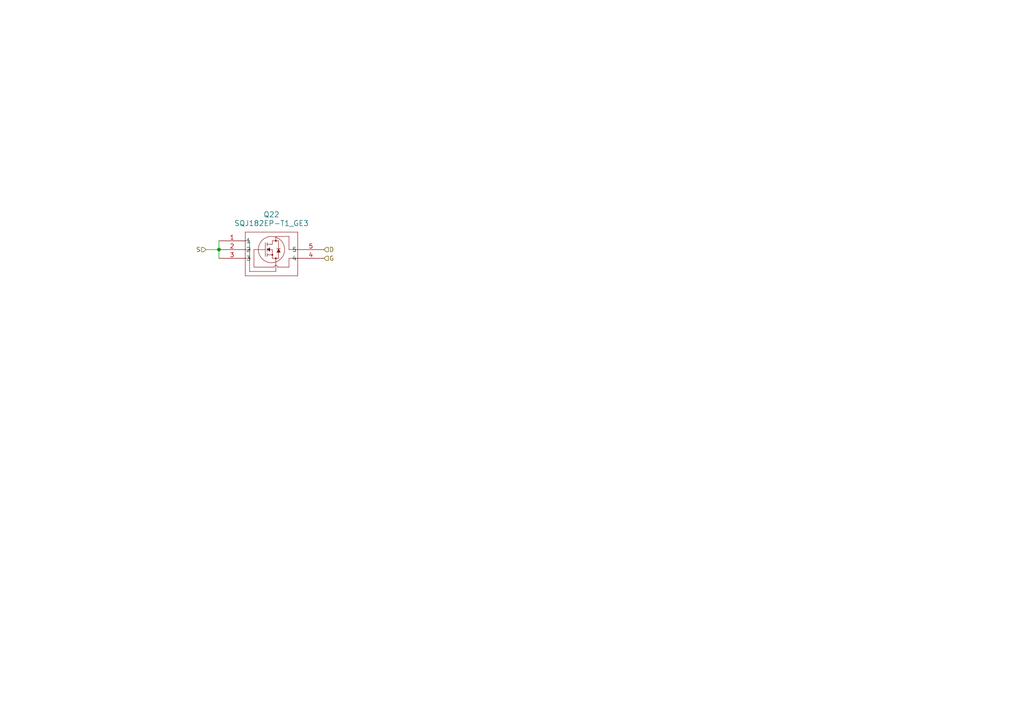
<source format=kicad_sch>
(kicad_sch (version 20231120) (generator "eeschema") (generator_version "8.0")
  (paper "A4")
  (title_block (title "ESP32 DC Motor Driver") (rev "1") (company "Divster") (comment 1 "Mapping of MOSFETs"))
  (lib_symbols
    (symbol "Vishay:SQJ182EP-T1_GE3" (pin_names (offset 0.254))
      (property "Reference" "Q" (at 15.24 7.62 0))
      (property "Value" "SQJ182EP-T1_GE3" (at 15.24 5.08 0))
      (symbol "SQJ182EP-T1_GE3_0_1"
        (polyline (pts (xy 7.62 -10.16) (xy 22.86 -10.16)) (stroke (width 0.127)))
        (polyline (pts (xy 7.62 -5.08) (xy 8.89 -5.08)) (stroke (width 0.127)))
        (polyline (pts (xy 7.62 -2.54) (xy 8.89 -2.54)) (stroke (width 0.127)))
        (polyline (pts (xy 7.62 0) (xy 8.89 0)) (stroke (width 0.127)))
        (polyline (pts (xy 7.62 2.54) (xy 7.62 -10.16)) (stroke (width 0.127)))
        (polyline (pts (xy 8.89 -8.89) (xy 16.51 -8.89)) (stroke (width 0.127)))
        (polyline (pts (xy 8.89 0) (xy 8.89 -8.89)) (stroke (width 0.127)))
        (polyline (pts (xy 10.16 -7.62) (xy 10.16 -2.54)) (stroke (width 0.127)))
        (polyline (pts (xy 13.462 -2.54) (xy 10.16 -2.54)) (stroke (width 0.127)))
        (polyline (pts (xy 13.462 -0.508) (xy 13.462 -4.572)) (stroke (width 0.127)))
        (polyline (pts (xy 13.97 -4.064) (xy 15.494 -4.064)) (stroke (width 0.127)))
        (polyline (pts (xy 13.97 -3.556) (xy 13.97 -4.572)) (stroke (width 0.127)))
        (polyline (pts (xy 13.97 -2.032) (xy 13.97 -3.048)) (stroke (width 0.127)))
        (polyline (pts (xy 13.97 -1.016) (xy 15.494 -1.016)) (stroke (width 0.127)))
        (polyline (pts (xy 13.97 -0.508) (xy 13.97 -1.524)) (stroke (width 0.127)))
        (polyline (pts (xy 15.494 -5.08) (xy 17.272 -5.08)) (stroke (width 0.127)))
        (polyline (pts (xy 15.494 -2.54) (xy 14.732 -2.54)) (stroke (width 0.127)))
        (polyline (pts (xy 15.494 -2.54) (xy 15.494 -5.08)) (stroke (width 0.127)))
        (polyline (pts (xy 15.494 0) (xy 15.494 -1.016)) (stroke (width 0.127)))
        (polyline (pts (xy 15.494 0) (xy 17.272 0)) (stroke (width 0.127)))
        (polyline (pts (xy 16.002 -7.62) (xy 10.16 -7.62)) (stroke (width 0.127)))
        (polyline (pts (xy 16.51 -8.89) (xy 16.51 -5.08)) (stroke (width 0.127)))
        (polyline (pts (xy 16.51 1.27) (xy 16.51 0)) (stroke (width 0.127)))
        (polyline (pts (xy 16.51 1.27) (xy 20.32 1.27)) (stroke (width 0.127)))
        (polyline (pts (xy 17.018 -7.62) (xy 20.32 -7.62)) (stroke (width 0.127)))
        (polyline (pts (xy 17.272 -5.08) (xy 17.272 -3.302)) (stroke (width 0.127)))
        (polyline (pts (xy 17.272 0) (xy 17.272 -2.286)) (stroke (width 0.127)))
        (polyline (pts (xy 17.78 -2.286) (xy 16.764 -2.286)) (stroke (width 0.127)))
        (polyline (pts (xy 20.32 -5.08) (xy 20.32 -7.62)) (stroke (width 0.127)))
        (polyline (pts (xy 20.32 1.27) (xy 20.32 -2.54)) (stroke (width 0.127)))
        (polyline (pts (xy 22.86 -10.16) (xy 22.86 2.54)) (stroke (width 0.127)))
        (polyline (pts (xy 22.86 -5.08) (xy 20.32 -5.08)) (stroke (width 0.127)))
        (polyline (pts (xy 22.86 -2.54) (xy 20.32 -2.54)) (stroke (width 0.127)))
        (polyline (pts (xy 22.86 2.54) (xy 7.62 2.54)) (stroke (width 0.127)))
        (polyline (pts (xy 13.97 -2.54) (xy 14.732 -2.032) (xy 14.732 -3.048)) (fill (type outline)))
        (polyline (pts (xy 17.272 -2.286) (xy 17.78 -3.302) (xy 16.764 -3.302)) (fill (type outline)))
        (circle (center 8.89 -5.08) (radius 0.127) (stroke (width 0.254)))
        (circle (center 8.89 -2.54) (radius 0.127) (stroke (width 0.254)))
        (circle (center 15.24 -2.54) (radius 3.81) (stroke (width 0.127)))
        (circle (center 15.494 -4.064) (radius 0.127) (stroke (width 0.254)))
        (circle (center 16.51 -5.08) (radius 0.127) (stroke (width 0.254)))
        (circle (center 16.51 0) (radius 0.127) (stroke (width 0.254)))
        (arc (start 17.018 -7.62) (mid 16.51 -7.1142) (end 16.002 -7.62) (stroke (width 0.127)))
        (pin unspecified line (at 0 0 0) (length 7.62) (name "1") (number "1"))
        (pin unspecified line (at 0 -2.54 0) (length 7.62) (name "2") (number "2"))
        (pin unspecified line (at 0 -5.08 0) (length 7.62) (name "3") (number "3"))
        (pin unspecified line (at 30.48 -5.08 180) (length 7.62) (name "4") (number "4"))
        (pin unspecified line (at 30.48 -2.54 180) (length 7.62) (name "5") (number "5"))
      )
    )
  )
  (junction (at 63.5 72.39))
  (wire (pts (xy 63.5 72.39) (xy 63.5 74.93)))
  (wire (pts (xy 63.5 72.39) (xy 63.5 69.85)))
  (wire (pts (xy 59.69 72.39) (xy 63.5 72.39)))
  (hierarchical_label "S" (shape input) (at 59.69 72.39 180))
  (hierarchical_label "D" (shape input) (at 93.98 72.39 0))
  (hierarchical_label "G" (shape input) (at 93.98 74.93 0))
  (symbol (lib_id "Vishay:SQJ182EP-T1_GE3") (at 63.5 69.85 0) (unit 1)
    (property "Reference" "Q22" (at 78.74 62.23 0) (effects (font (size 1.524 1.524))))
    (property "Value" "SQJ182EP-T1_GE3" (at 78.74 64.77 0) (effects (font (size 1.524 1.524))))
    (property "Footprint" "Vishay:PowerPAK_SO-8L_PPKSO8LWLA_Case_Outline_3_VIS" (effects (hide yes)))
    (property "Datasheet" "SQJ182EP-T1_GE3" (effects (hide yes)))
    (instances (project "ESP32 DC Driver" (path "" (reference "Q22") (unit 1)) (path "" (reference "Q29") (unit 1)) (path "" (reference "Q28") (unit 1)) (path "" (reference "Q25") (unit 1)) (path "" (reference "Q23") (unit 1)) (path "" (reference "Q21") (unit 1)) (path "" (reference "Q27") (unit 1)) (path "" (reference "Q31") (unit 1)) (path "" (reference "Q26") (unit 1)) (path "" (reference "Q30") (unit 1)) (path "" (reference "Q20") (unit 1)) (path "" (reference "Q32") (unit 1)) (path "" (reference "Q18") (unit 1)) (path "" (reference "Q17") (unit 1)) (path "" (reference "Q24") (unit 1)) (path "" (reference "Q19") (unit 1))))
  )
)
</source>
